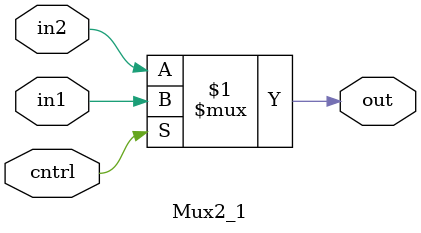
<source format=v>
module Mux2_1(out,cntrl,in1,in2);
  input cntrl,in1,in2;
  output out;
  assign out = cntrl ? in1 : in2;
endmodule

</source>
